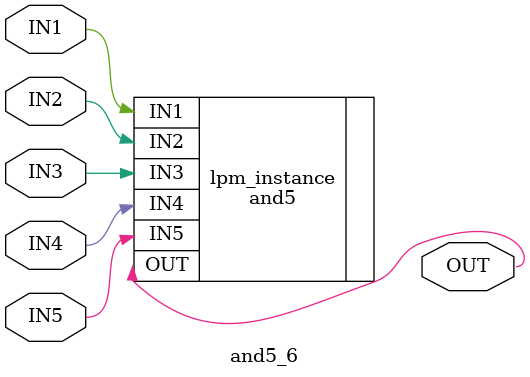
<source format=v>



module and5_6(IN3,IN2,IN1,IN5,IN4,OUT);
input IN3;
input IN2;
input IN1;
input IN5;
input IN4;
output OUT;

and5	lpm_instance(.IN3(IN3),.IN2(IN2),.IN1(IN1),.IN5(IN5),.IN4(IN4),.OUT(OUT));

endmodule

</source>
